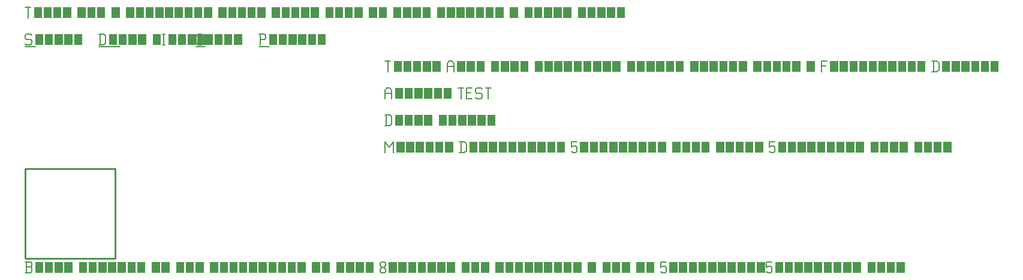
<source format=gbr>
G04 start of page 4 for group -1 layer_idx 268435461 *
G04 Title: Arcs with different sizes, normal cases, <virtual group> *
G04 Creator: <version>
G04 CreationDate: <date>
G04 For: TEST *
G04 Format: Gerber/RS-274X *
G04 PCB-Dimensions: 50000 50000 *
G04 PCB-Coordinate-Origin: lower left *
%MOIN*%
%FSLAX25Y25*%
%LNLOGICAL_VIRTUAL_FAB_NONE*%
%ADD17C,0.0100*%
%ADD16C,0.0001*%
%ADD15C,0.0060*%
G54D15*X3000Y125000D02*X3750Y124250D01*
X750Y125000D02*X3000D01*
X0Y124250D02*X750Y125000D01*
X0Y124250D02*Y122750D01*
X750Y122000D01*
X3000D01*
X3750Y121250D01*
Y119750D01*
X3000Y119000D02*X3750Y119750D01*
X750Y119000D02*X3000D01*
X0Y119750D02*X750Y119000D01*
G54D16*G36*
X5550Y125000D02*X10050D01*
Y119000D01*
X5550D01*
Y125000D01*
G37*
G36*
X10950D02*X15450D01*
Y119000D01*
X10950D01*
Y125000D01*
G37*
G36*
X16350D02*X20850D01*
Y119000D01*
X16350D01*
Y125000D01*
G37*
G36*
X21750D02*X26250D01*
Y119000D01*
X21750D01*
Y125000D01*
G37*
G36*
X27150D02*X31650D01*
Y119000D01*
X27150D01*
Y125000D01*
G37*
G54D15*X0Y118000D02*X5550D01*
X41750Y125000D02*Y119000D01*
X43700Y125000D02*X44750Y123950D01*
Y120050D01*
X43700Y119000D02*X44750Y120050D01*
X41000Y119000D02*X43700D01*
X41000Y125000D02*X43700D01*
G54D16*G36*
X46550D02*X51050D01*
Y119000D01*
X46550D01*
Y125000D01*
G37*
G36*
X51950D02*X56450D01*
Y119000D01*
X51950D01*
Y125000D01*
G37*
G36*
X57350D02*X61850D01*
Y119000D01*
X57350D01*
Y125000D01*
G37*
G36*
X62750D02*X67250D01*
Y119000D01*
X62750D01*
Y125000D01*
G37*
G36*
X70850D02*X75350D01*
Y119000D01*
X70850D01*
Y125000D01*
G37*
G54D15*X76250D02*X77750D01*
X77000D02*Y119000D01*
X76250D02*X77750D01*
G54D16*G36*
X79550Y125000D02*X84050D01*
Y119000D01*
X79550D01*
Y125000D01*
G37*
G36*
X84950D02*X89450D01*
Y119000D01*
X84950D01*
Y125000D01*
G37*
G36*
X90350D02*X94850D01*
Y119000D01*
X90350D01*
Y125000D01*
G37*
G36*
X95750D02*X100250D01*
Y119000D01*
X95750D01*
Y125000D01*
G37*
G54D15*X41000Y118000D02*X52550D01*
X96050Y119000D02*X98000D01*
X95000Y120050D02*X96050Y119000D01*
X95000Y123950D02*Y120050D01*
Y123950D02*X96050Y125000D01*
X98000D01*
G54D16*G36*
X99800D02*X104300D01*
Y119000D01*
X99800D01*
Y125000D01*
G37*
G36*
X105200D02*X109700D01*
Y119000D01*
X105200D01*
Y125000D01*
G37*
G36*
X110600D02*X115100D01*
Y119000D01*
X110600D01*
Y125000D01*
G37*
G36*
X116000D02*X120500D01*
Y119000D01*
X116000D01*
Y125000D01*
G37*
G54D15*X95000Y118000D02*X99800D01*
X130750Y125000D02*Y119000D01*
X130000Y125000D02*X133000D01*
X133750Y124250D01*
Y122750D01*
X133000Y122000D02*X133750Y122750D01*
X130750Y122000D02*X133000D01*
G54D16*G36*
X135550Y125000D02*X140050D01*
Y119000D01*
X135550D01*
Y125000D01*
G37*
G36*
X140950D02*X145450D01*
Y119000D01*
X140950D01*
Y125000D01*
G37*
G36*
X146350D02*X150850D01*
Y119000D01*
X146350D01*
Y125000D01*
G37*
G36*
X151750D02*X156250D01*
Y119000D01*
X151750D01*
Y125000D01*
G37*
G36*
X157150D02*X161650D01*
Y119000D01*
X157150D01*
Y125000D01*
G37*
G36*
X162550D02*X167050D01*
Y119000D01*
X162550D01*
Y125000D01*
G37*
G54D15*X130000Y118000D02*X135550D01*
X0Y140000D02*X3000D01*
X1500D02*Y134000D01*
G54D16*G36*
X4800Y140000D02*X9300D01*
Y134000D01*
X4800D01*
Y140000D01*
G37*
G36*
X10200D02*X14700D01*
Y134000D01*
X10200D01*
Y140000D01*
G37*
G36*
X15600D02*X20100D01*
Y134000D01*
X15600D01*
Y140000D01*
G37*
G36*
X21000D02*X25500D01*
Y134000D01*
X21000D01*
Y140000D01*
G37*
G36*
X29100D02*X33600D01*
Y134000D01*
X29100D01*
Y140000D01*
G37*
G36*
X34500D02*X39000D01*
Y134000D01*
X34500D01*
Y140000D01*
G37*
G36*
X39900D02*X44400D01*
Y134000D01*
X39900D01*
Y140000D01*
G37*
G36*
X48000D02*X52500D01*
Y134000D01*
X48000D01*
Y140000D01*
G37*
G36*
X56100D02*X60600D01*
Y134000D01*
X56100D01*
Y140000D01*
G37*
G36*
X61500D02*X66000D01*
Y134000D01*
X61500D01*
Y140000D01*
G37*
G36*
X66900D02*X71400D01*
Y134000D01*
X66900D01*
Y140000D01*
G37*
G36*
X72300D02*X76800D01*
Y134000D01*
X72300D01*
Y140000D01*
G37*
G36*
X77700D02*X82200D01*
Y134000D01*
X77700D01*
Y140000D01*
G37*
G36*
X83100D02*X87600D01*
Y134000D01*
X83100D01*
Y140000D01*
G37*
G36*
X88500D02*X93000D01*
Y134000D01*
X88500D01*
Y140000D01*
G37*
G36*
X93900D02*X98400D01*
Y134000D01*
X93900D01*
Y140000D01*
G37*
G36*
X99300D02*X103800D01*
Y134000D01*
X99300D01*
Y140000D01*
G37*
G36*
X107400D02*X111900D01*
Y134000D01*
X107400D01*
Y140000D01*
G37*
G36*
X112800D02*X117300D01*
Y134000D01*
X112800D01*
Y140000D01*
G37*
G36*
X118200D02*X122700D01*
Y134000D01*
X118200D01*
Y140000D01*
G37*
G36*
X123600D02*X128100D01*
Y134000D01*
X123600D01*
Y140000D01*
G37*
G36*
X129000D02*X133500D01*
Y134000D01*
X129000D01*
Y140000D01*
G37*
G36*
X137100D02*X141600D01*
Y134000D01*
X137100D01*
Y140000D01*
G37*
G36*
X142500D02*X147000D01*
Y134000D01*
X142500D01*
Y140000D01*
G37*
G36*
X147900D02*X152400D01*
Y134000D01*
X147900D01*
Y140000D01*
G37*
G36*
X153300D02*X157800D01*
Y134000D01*
X153300D01*
Y140000D01*
G37*
G36*
X158700D02*X163200D01*
Y134000D01*
X158700D01*
Y140000D01*
G37*
G36*
X166800D02*X171300D01*
Y134000D01*
X166800D01*
Y140000D01*
G37*
G36*
X172200D02*X176700D01*
Y134000D01*
X172200D01*
Y140000D01*
G37*
G36*
X177600D02*X182100D01*
Y134000D01*
X177600D01*
Y140000D01*
G37*
G36*
X183000D02*X187500D01*
Y134000D01*
X183000D01*
Y140000D01*
G37*
G36*
X191100D02*X195600D01*
Y134000D01*
X191100D01*
Y140000D01*
G37*
G36*
X196500D02*X201000D01*
Y134000D01*
X196500D01*
Y140000D01*
G37*
G36*
X204600D02*X209100D01*
Y134000D01*
X204600D01*
Y140000D01*
G37*
G36*
X210000D02*X214500D01*
Y134000D01*
X210000D01*
Y140000D01*
G37*
G36*
X215400D02*X219900D01*
Y134000D01*
X215400D01*
Y140000D01*
G37*
G36*
X220800D02*X225300D01*
Y134000D01*
X220800D01*
Y140000D01*
G37*
G36*
X228900D02*X233400D01*
Y134000D01*
X228900D01*
Y140000D01*
G37*
G36*
X234300D02*X238800D01*
Y134000D01*
X234300D01*
Y140000D01*
G37*
G36*
X239700D02*X244200D01*
Y134000D01*
X239700D01*
Y140000D01*
G37*
G36*
X245100D02*X249600D01*
Y134000D01*
X245100D01*
Y140000D01*
G37*
G36*
X250500D02*X255000D01*
Y134000D01*
X250500D01*
Y140000D01*
G37*
G36*
X255900D02*X260400D01*
Y134000D01*
X255900D01*
Y140000D01*
G37*
G36*
X261300D02*X265800D01*
Y134000D01*
X261300D01*
Y140000D01*
G37*
G36*
X269400D02*X273900D01*
Y134000D01*
X269400D01*
Y140000D01*
G37*
G36*
X277500D02*X282000D01*
Y134000D01*
X277500D01*
Y140000D01*
G37*
G36*
X282900D02*X287400D01*
Y134000D01*
X282900D01*
Y140000D01*
G37*
G36*
X288300D02*X292800D01*
Y134000D01*
X288300D01*
Y140000D01*
G37*
G36*
X293700D02*X298200D01*
Y134000D01*
X293700D01*
Y140000D01*
G37*
G36*
X299100D02*X303600D01*
Y134000D01*
X299100D01*
Y140000D01*
G37*
G36*
X307200D02*X311700D01*
Y134000D01*
X307200D01*
Y140000D01*
G37*
G36*
X312600D02*X317100D01*
Y134000D01*
X312600D01*
Y140000D01*
G37*
G36*
X318000D02*X322500D01*
Y134000D01*
X318000D01*
Y140000D01*
G37*
G36*
X323400D02*X327900D01*
Y134000D01*
X323400D01*
Y140000D01*
G37*
G36*
X328800D02*X333300D01*
Y134000D01*
X328800D01*
Y140000D01*
G37*
G54D17*X0Y50000D02*X50000D01*
X0D02*Y0D01*
X50000Y50000D02*Y0D01*
X0D02*X50000D01*
G54D15*X200000Y65000D02*Y59000D01*
Y65000D02*X202250Y62000D01*
X204500Y65000D01*
Y59000D01*
G54D16*G36*
X206300Y65000D02*X210800D01*
Y59000D01*
X206300D01*
Y65000D01*
G37*
G36*
X211700D02*X216200D01*
Y59000D01*
X211700D01*
Y65000D01*
G37*
G36*
X217100D02*X221600D01*
Y59000D01*
X217100D01*
Y65000D01*
G37*
G36*
X222500D02*X227000D01*
Y59000D01*
X222500D01*
Y65000D01*
G37*
G36*
X227900D02*X232400D01*
Y59000D01*
X227900D01*
Y65000D01*
G37*
G36*
X233300D02*X237800D01*
Y59000D01*
X233300D01*
Y65000D01*
G37*
G54D15*X242150D02*Y59000D01*
X244100Y65000D02*X245150Y63950D01*
Y60050D01*
X244100Y59000D02*X245150Y60050D01*
X241400Y59000D02*X244100D01*
X241400Y65000D02*X244100D01*
G54D16*G36*
X246950D02*X251450D01*
Y59000D01*
X246950D01*
Y65000D01*
G37*
G36*
X252350D02*X256850D01*
Y59000D01*
X252350D01*
Y65000D01*
G37*
G36*
X257750D02*X262250D01*
Y59000D01*
X257750D01*
Y65000D01*
G37*
G36*
X263150D02*X267650D01*
Y59000D01*
X263150D01*
Y65000D01*
G37*
G36*
X268550D02*X273050D01*
Y59000D01*
X268550D01*
Y65000D01*
G37*
G36*
X273950D02*X278450D01*
Y59000D01*
X273950D01*
Y65000D01*
G37*
G36*
X279350D02*X283850D01*
Y59000D01*
X279350D01*
Y65000D01*
G37*
G36*
X284750D02*X289250D01*
Y59000D01*
X284750D01*
Y65000D01*
G37*
G36*
X290150D02*X294650D01*
Y59000D01*
X290150D01*
Y65000D01*
G37*
G36*
X295550D02*X300050D01*
Y59000D01*
X295550D01*
Y65000D01*
G37*
G54D15*X303650D02*X306650D01*
X303650D02*Y62000D01*
X304400Y62750D01*
X305900D01*
X306650Y62000D01*
Y59750D01*
X305900Y59000D02*X306650Y59750D01*
X304400Y59000D02*X305900D01*
X303650Y59750D02*X304400Y59000D01*
G54D16*G36*
X308450Y65000D02*X312950D01*
Y59000D01*
X308450D01*
Y65000D01*
G37*
G36*
X313850D02*X318350D01*
Y59000D01*
X313850D01*
Y65000D01*
G37*
G36*
X319250D02*X323750D01*
Y59000D01*
X319250D01*
Y65000D01*
G37*
G36*
X324650D02*X329150D01*
Y59000D01*
X324650D01*
Y65000D01*
G37*
G36*
X330050D02*X334550D01*
Y59000D01*
X330050D01*
Y65000D01*
G37*
G36*
X335450D02*X339950D01*
Y59000D01*
X335450D01*
Y65000D01*
G37*
G36*
X340850D02*X345350D01*
Y59000D01*
X340850D01*
Y65000D01*
G37*
G36*
X346250D02*X350750D01*
Y59000D01*
X346250D01*
Y65000D01*
G37*
G36*
X351650D02*X356150D01*
Y59000D01*
X351650D01*
Y65000D01*
G37*
G36*
X359750D02*X364250D01*
Y59000D01*
X359750D01*
Y65000D01*
G37*
G36*
X365150D02*X369650D01*
Y59000D01*
X365150D01*
Y65000D01*
G37*
G36*
X370550D02*X375050D01*
Y59000D01*
X370550D01*
Y65000D01*
G37*
G36*
X375950D02*X380450D01*
Y59000D01*
X375950D01*
Y65000D01*
G37*
G36*
X384050D02*X388550D01*
Y59000D01*
X384050D01*
Y65000D01*
G37*
G36*
X389450D02*X393950D01*
Y59000D01*
X389450D01*
Y65000D01*
G37*
G36*
X394850D02*X399350D01*
Y59000D01*
X394850D01*
Y65000D01*
G37*
G36*
X400250D02*X404750D01*
Y59000D01*
X400250D01*
Y65000D01*
G37*
G36*
X405650D02*X410150D01*
Y59000D01*
X405650D01*
Y65000D01*
G37*
G54D15*X413750D02*X416750D01*
X413750D02*Y62000D01*
X414500Y62750D01*
X416000D01*
X416750Y62000D01*
Y59750D01*
X416000Y59000D02*X416750Y59750D01*
X414500Y59000D02*X416000D01*
X413750Y59750D02*X414500Y59000D01*
G54D16*G36*
X418550Y65000D02*X423050D01*
Y59000D01*
X418550D01*
Y65000D01*
G37*
G36*
X423950D02*X428450D01*
Y59000D01*
X423950D01*
Y65000D01*
G37*
G36*
X429350D02*X433850D01*
Y59000D01*
X429350D01*
Y65000D01*
G37*
G36*
X434750D02*X439250D01*
Y59000D01*
X434750D01*
Y65000D01*
G37*
G36*
X440150D02*X444650D01*
Y59000D01*
X440150D01*
Y65000D01*
G37*
G36*
X445550D02*X450050D01*
Y59000D01*
X445550D01*
Y65000D01*
G37*
G36*
X450950D02*X455450D01*
Y59000D01*
X450950D01*
Y65000D01*
G37*
G36*
X456350D02*X460850D01*
Y59000D01*
X456350D01*
Y65000D01*
G37*
G36*
X461750D02*X466250D01*
Y59000D01*
X461750D01*
Y65000D01*
G37*
G36*
X469850D02*X474350D01*
Y59000D01*
X469850D01*
Y65000D01*
G37*
G36*
X475250D02*X479750D01*
Y59000D01*
X475250D01*
Y65000D01*
G37*
G36*
X480650D02*X485150D01*
Y59000D01*
X480650D01*
Y65000D01*
G37*
G36*
X486050D02*X490550D01*
Y59000D01*
X486050D01*
Y65000D01*
G37*
G36*
X494150D02*X498650D01*
Y59000D01*
X494150D01*
Y65000D01*
G37*
G36*
X499550D02*X504050D01*
Y59000D01*
X499550D01*
Y65000D01*
G37*
G36*
X504950D02*X509450D01*
Y59000D01*
X504950D01*
Y65000D01*
G37*
G36*
X510350D02*X514850D01*
Y59000D01*
X510350D01*
Y65000D01*
G37*
G54D15*X0Y-8000D02*X3000D01*
X3750Y-7250D01*
Y-5450D02*Y-7250D01*
X3000Y-4700D02*X3750Y-5450D01*
X750Y-4700D02*X3000D01*
X750Y-2000D02*Y-8000D01*
X0Y-2000D02*X3000D01*
X3750Y-2750D01*
Y-3950D01*
X3000Y-4700D02*X3750Y-3950D01*
G54D16*G36*
X5550Y-2000D02*X10050D01*
Y-8000D01*
X5550D01*
Y-2000D01*
G37*
G36*
X10950D02*X15450D01*
Y-8000D01*
X10950D01*
Y-2000D01*
G37*
G36*
X16350D02*X20850D01*
Y-8000D01*
X16350D01*
Y-2000D01*
G37*
G36*
X21750D02*X26250D01*
Y-8000D01*
X21750D01*
Y-2000D01*
G37*
G36*
X29850D02*X34350D01*
Y-8000D01*
X29850D01*
Y-2000D01*
G37*
G36*
X35250D02*X39750D01*
Y-8000D01*
X35250D01*
Y-2000D01*
G37*
G36*
X40650D02*X45150D01*
Y-8000D01*
X40650D01*
Y-2000D01*
G37*
G36*
X46050D02*X50550D01*
Y-8000D01*
X46050D01*
Y-2000D01*
G37*
G36*
X51450D02*X55950D01*
Y-8000D01*
X51450D01*
Y-2000D01*
G37*
G36*
X56850D02*X61350D01*
Y-8000D01*
X56850D01*
Y-2000D01*
G37*
G36*
X62250D02*X66750D01*
Y-8000D01*
X62250D01*
Y-2000D01*
G37*
G36*
X70350D02*X74850D01*
Y-8000D01*
X70350D01*
Y-2000D01*
G37*
G36*
X75750D02*X80250D01*
Y-8000D01*
X75750D01*
Y-2000D01*
G37*
G36*
X83850D02*X88350D01*
Y-8000D01*
X83850D01*
Y-2000D01*
G37*
G36*
X89250D02*X93750D01*
Y-8000D01*
X89250D01*
Y-2000D01*
G37*
G36*
X94650D02*X99150D01*
Y-8000D01*
X94650D01*
Y-2000D01*
G37*
G36*
X102750D02*X107250D01*
Y-8000D01*
X102750D01*
Y-2000D01*
G37*
G36*
X108150D02*X112650D01*
Y-8000D01*
X108150D01*
Y-2000D01*
G37*
G36*
X113550D02*X118050D01*
Y-8000D01*
X113550D01*
Y-2000D01*
G37*
G36*
X118950D02*X123450D01*
Y-8000D01*
X118950D01*
Y-2000D01*
G37*
G36*
X124350D02*X128850D01*
Y-8000D01*
X124350D01*
Y-2000D01*
G37*
G36*
X129750D02*X134250D01*
Y-8000D01*
X129750D01*
Y-2000D01*
G37*
G36*
X135150D02*X139650D01*
Y-8000D01*
X135150D01*
Y-2000D01*
G37*
G36*
X140550D02*X145050D01*
Y-8000D01*
X140550D01*
Y-2000D01*
G37*
G36*
X145950D02*X150450D01*
Y-8000D01*
X145950D01*
Y-2000D01*
G37*
G36*
X151350D02*X155850D01*
Y-8000D01*
X151350D01*
Y-2000D01*
G37*
G36*
X159450D02*X163950D01*
Y-8000D01*
X159450D01*
Y-2000D01*
G37*
G36*
X164850D02*X169350D01*
Y-8000D01*
X164850D01*
Y-2000D01*
G37*
G36*
X172950D02*X177450D01*
Y-8000D01*
X172950D01*
Y-2000D01*
G37*
G36*
X178350D02*X182850D01*
Y-8000D01*
X178350D01*
Y-2000D01*
G37*
G36*
X183750D02*X188250D01*
Y-8000D01*
X183750D01*
Y-2000D01*
G37*
G36*
X189150D02*X193650D01*
Y-8000D01*
X189150D01*
Y-2000D01*
G37*
G54D15*X197250Y-7250D02*X198000Y-8000D01*
X197250Y-6050D02*Y-7250D01*
Y-6050D02*X198300Y-5000D01*
X199200D01*
X200250Y-6050D01*
Y-7250D01*
X199500Y-8000D02*X200250Y-7250D01*
X198000Y-8000D02*X199500D01*
X197250Y-3950D02*X198300Y-5000D01*
X197250Y-2750D02*Y-3950D01*
Y-2750D02*X198000Y-2000D01*
X199500D01*
X200250Y-2750D01*
Y-3950D01*
X199200Y-5000D02*X200250Y-3950D01*
G54D16*G36*
X202050Y-2000D02*X206550D01*
Y-8000D01*
X202050D01*
Y-2000D01*
G37*
G36*
X207450D02*X211950D01*
Y-8000D01*
X207450D01*
Y-2000D01*
G37*
G36*
X212850D02*X217350D01*
Y-8000D01*
X212850D01*
Y-2000D01*
G37*
G36*
X218250D02*X222750D01*
Y-8000D01*
X218250D01*
Y-2000D01*
G37*
G36*
X223650D02*X228150D01*
Y-8000D01*
X223650D01*
Y-2000D01*
G37*
G36*
X229050D02*X233550D01*
Y-8000D01*
X229050D01*
Y-2000D01*
G37*
G36*
X234450D02*X238950D01*
Y-8000D01*
X234450D01*
Y-2000D01*
G37*
G36*
X242550D02*X247050D01*
Y-8000D01*
X242550D01*
Y-2000D01*
G37*
G36*
X247950D02*X252450D01*
Y-8000D01*
X247950D01*
Y-2000D01*
G37*
G36*
X253350D02*X257850D01*
Y-8000D01*
X253350D01*
Y-2000D01*
G37*
G36*
X261450D02*X265950D01*
Y-8000D01*
X261450D01*
Y-2000D01*
G37*
G36*
X266850D02*X271350D01*
Y-8000D01*
X266850D01*
Y-2000D01*
G37*
G36*
X272250D02*X276750D01*
Y-8000D01*
X272250D01*
Y-2000D01*
G37*
G36*
X277650D02*X282150D01*
Y-8000D01*
X277650D01*
Y-2000D01*
G37*
G36*
X283050D02*X287550D01*
Y-8000D01*
X283050D01*
Y-2000D01*
G37*
G36*
X288450D02*X292950D01*
Y-8000D01*
X288450D01*
Y-2000D01*
G37*
G36*
X293850D02*X298350D01*
Y-8000D01*
X293850D01*
Y-2000D01*
G37*
G36*
X299250D02*X303750D01*
Y-8000D01*
X299250D01*
Y-2000D01*
G37*
G36*
X304650D02*X309150D01*
Y-8000D01*
X304650D01*
Y-2000D01*
G37*
G36*
X312750D02*X317250D01*
Y-8000D01*
X312750D01*
Y-2000D01*
G37*
G36*
X320850D02*X325350D01*
Y-8000D01*
X320850D01*
Y-2000D01*
G37*
G36*
X326250D02*X330750D01*
Y-8000D01*
X326250D01*
Y-2000D01*
G37*
G36*
X331650D02*X336150D01*
Y-8000D01*
X331650D01*
Y-2000D01*
G37*
G36*
X339750D02*X344250D01*
Y-8000D01*
X339750D01*
Y-2000D01*
G37*
G36*
X345150D02*X349650D01*
Y-8000D01*
X345150D01*
Y-2000D01*
G37*
G54D15*X353250D02*X356250D01*
X353250D02*Y-5000D01*
X354000Y-4250D01*
X355500D01*
X356250Y-5000D01*
Y-7250D01*
X355500Y-8000D02*X356250Y-7250D01*
X354000Y-8000D02*X355500D01*
X353250Y-7250D02*X354000Y-8000D01*
G54D16*G36*
X358050Y-2000D02*X362550D01*
Y-8000D01*
X358050D01*
Y-2000D01*
G37*
G36*
X363450D02*X367950D01*
Y-8000D01*
X363450D01*
Y-2000D01*
G37*
G36*
X368850D02*X373350D01*
Y-8000D01*
X368850D01*
Y-2000D01*
G37*
G36*
X374250D02*X378750D01*
Y-8000D01*
X374250D01*
Y-2000D01*
G37*
G36*
X379650D02*X384150D01*
Y-8000D01*
X379650D01*
Y-2000D01*
G37*
G36*
X385050D02*X389550D01*
Y-8000D01*
X385050D01*
Y-2000D01*
G37*
G36*
X390450D02*X394950D01*
Y-8000D01*
X390450D01*
Y-2000D01*
G37*
G36*
X395850D02*X400350D01*
Y-8000D01*
X395850D01*
Y-2000D01*
G37*
G36*
X401250D02*X405750D01*
Y-8000D01*
X401250D01*
Y-2000D01*
G37*
G36*
X406650D02*X411150D01*
Y-8000D01*
X406650D01*
Y-2000D01*
G37*
G54D15*X412050D02*X415050D01*
X412050D02*Y-5000D01*
X412800Y-4250D01*
X414300D01*
X415050Y-5000D01*
Y-7250D01*
X414300Y-8000D02*X415050Y-7250D01*
X412800Y-8000D02*X414300D01*
X412050Y-7250D02*X412800Y-8000D01*
G54D16*G36*
X416850Y-2000D02*X421350D01*
Y-8000D01*
X416850D01*
Y-2000D01*
G37*
G36*
X422250D02*X426750D01*
Y-8000D01*
X422250D01*
Y-2000D01*
G37*
G36*
X427650D02*X432150D01*
Y-8000D01*
X427650D01*
Y-2000D01*
G37*
G36*
X433050D02*X437550D01*
Y-8000D01*
X433050D01*
Y-2000D01*
G37*
G36*
X438450D02*X442950D01*
Y-8000D01*
X438450D01*
Y-2000D01*
G37*
G36*
X443850D02*X448350D01*
Y-8000D01*
X443850D01*
Y-2000D01*
G37*
G36*
X449250D02*X453750D01*
Y-8000D01*
X449250D01*
Y-2000D01*
G37*
G36*
X454650D02*X459150D01*
Y-8000D01*
X454650D01*
Y-2000D01*
G37*
G36*
X460050D02*X464550D01*
Y-8000D01*
X460050D01*
Y-2000D01*
G37*
G36*
X468150D02*X472650D01*
Y-8000D01*
X468150D01*
Y-2000D01*
G37*
G36*
X473550D02*X478050D01*
Y-8000D01*
X473550D01*
Y-2000D01*
G37*
G36*
X478950D02*X483450D01*
Y-8000D01*
X478950D01*
Y-2000D01*
G37*
G36*
X484350D02*X488850D01*
Y-8000D01*
X484350D01*
Y-2000D01*
G37*
G54D15*X200750Y80000D02*Y74000D01*
X202700Y80000D02*X203750Y78950D01*
Y75050D01*
X202700Y74000D02*X203750Y75050D01*
X200000Y74000D02*X202700D01*
X200000Y80000D02*X202700D01*
G54D16*G36*
X205550D02*X210050D01*
Y74000D01*
X205550D01*
Y80000D01*
G37*
G36*
X210950D02*X215450D01*
Y74000D01*
X210950D01*
Y80000D01*
G37*
G36*
X216350D02*X220850D01*
Y74000D01*
X216350D01*
Y80000D01*
G37*
G36*
X221750D02*X226250D01*
Y74000D01*
X221750D01*
Y80000D01*
G37*
G36*
X229850D02*X234350D01*
Y74000D01*
X229850D01*
Y80000D01*
G37*
G36*
X235250D02*X239750D01*
Y74000D01*
X235250D01*
Y80000D01*
G37*
G36*
X240650D02*X245150D01*
Y74000D01*
X240650D01*
Y80000D01*
G37*
G36*
X246050D02*X250550D01*
Y74000D01*
X246050D01*
Y80000D01*
G37*
G36*
X251450D02*X255950D01*
Y74000D01*
X251450D01*
Y80000D01*
G37*
G36*
X256850D02*X261350D01*
Y74000D01*
X256850D01*
Y80000D01*
G37*
G54D15*X200000Y93500D02*Y89000D01*
Y93500D02*X201050Y95000D01*
X202700D01*
X203750Y93500D01*
Y89000D01*
X200000Y92000D02*X203750D01*
G54D16*G36*
X205550Y95000D02*X210050D01*
Y89000D01*
X205550D01*
Y95000D01*
G37*
G36*
X210950D02*X215450D01*
Y89000D01*
X210950D01*
Y95000D01*
G37*
G36*
X216350D02*X220850D01*
Y89000D01*
X216350D01*
Y95000D01*
G37*
G36*
X221750D02*X226250D01*
Y89000D01*
X221750D01*
Y95000D01*
G37*
G36*
X227150D02*X231650D01*
Y89000D01*
X227150D01*
Y95000D01*
G37*
G36*
X232550D02*X237050D01*
Y89000D01*
X232550D01*
Y95000D01*
G37*
G54D15*X240650D02*X243650D01*
X242150D02*Y89000D01*
X245450Y92300D02*X247700D01*
X245450Y89000D02*X248450D01*
X245450Y95000D02*Y89000D01*
Y95000D02*X248450D01*
X253250D02*X254000Y94250D01*
X251000Y95000D02*X253250D01*
X250250Y94250D02*X251000Y95000D01*
X250250Y94250D02*Y92750D01*
X251000Y92000D01*
X253250D01*
X254000Y91250D01*
Y89750D01*
X253250Y89000D02*X254000Y89750D01*
X251000Y89000D02*X253250D01*
X250250Y89750D02*X251000Y89000D01*
X255800Y95000D02*X258800D01*
X257300D02*Y89000D01*
X200000Y110000D02*X203000D01*
X201500D02*Y104000D01*
G54D16*G36*
X204800Y110000D02*X209300D01*
Y104000D01*
X204800D01*
Y110000D01*
G37*
G36*
X210200D02*X214700D01*
Y104000D01*
X210200D01*
Y110000D01*
G37*
G36*
X215600D02*X220100D01*
Y104000D01*
X215600D01*
Y110000D01*
G37*
G36*
X221000D02*X225500D01*
Y104000D01*
X221000D01*
Y110000D01*
G37*
G36*
X226400D02*X230900D01*
Y104000D01*
X226400D01*
Y110000D01*
G37*
G54D15*X234500Y108500D02*Y104000D01*
Y108500D02*X235550Y110000D01*
X237200D01*
X238250Y108500D01*
Y104000D01*
X234500Y107000D02*X238250D01*
G54D16*G36*
X240050Y110000D02*X244550D01*
Y104000D01*
X240050D01*
Y110000D01*
G37*
G36*
X245450D02*X249950D01*
Y104000D01*
X245450D01*
Y110000D01*
G37*
G36*
X250850D02*X255350D01*
Y104000D01*
X250850D01*
Y110000D01*
G37*
G36*
X258950D02*X263450D01*
Y104000D01*
X258950D01*
Y110000D01*
G37*
G36*
X264350D02*X268850D01*
Y104000D01*
X264350D01*
Y110000D01*
G37*
G36*
X269750D02*X274250D01*
Y104000D01*
X269750D01*
Y110000D01*
G37*
G36*
X275150D02*X279650D01*
Y104000D01*
X275150D01*
Y110000D01*
G37*
G36*
X283250D02*X287750D01*
Y104000D01*
X283250D01*
Y110000D01*
G37*
G36*
X288650D02*X293150D01*
Y104000D01*
X288650D01*
Y110000D01*
G37*
G36*
X294050D02*X298550D01*
Y104000D01*
X294050D01*
Y110000D01*
G37*
G36*
X299450D02*X303950D01*
Y104000D01*
X299450D01*
Y110000D01*
G37*
G36*
X304850D02*X309350D01*
Y104000D01*
X304850D01*
Y110000D01*
G37*
G36*
X310250D02*X314750D01*
Y104000D01*
X310250D01*
Y110000D01*
G37*
G36*
X315650D02*X320150D01*
Y104000D01*
X315650D01*
Y110000D01*
G37*
G36*
X321050D02*X325550D01*
Y104000D01*
X321050D01*
Y110000D01*
G37*
G36*
X326450D02*X330950D01*
Y104000D01*
X326450D01*
Y110000D01*
G37*
G36*
X334550D02*X339050D01*
Y104000D01*
X334550D01*
Y110000D01*
G37*
G36*
X339950D02*X344450D01*
Y104000D01*
X339950D01*
Y110000D01*
G37*
G36*
X345350D02*X349850D01*
Y104000D01*
X345350D01*
Y110000D01*
G37*
G36*
X350750D02*X355250D01*
Y104000D01*
X350750D01*
Y110000D01*
G37*
G36*
X356150D02*X360650D01*
Y104000D01*
X356150D01*
Y110000D01*
G37*
G36*
X361550D02*X366050D01*
Y104000D01*
X361550D01*
Y110000D01*
G37*
G36*
X369650D02*X374150D01*
Y104000D01*
X369650D01*
Y110000D01*
G37*
G36*
X375050D02*X379550D01*
Y104000D01*
X375050D01*
Y110000D01*
G37*
G36*
X380450D02*X384950D01*
Y104000D01*
X380450D01*
Y110000D01*
G37*
G36*
X385850D02*X390350D01*
Y104000D01*
X385850D01*
Y110000D01*
G37*
G36*
X391250D02*X395750D01*
Y104000D01*
X391250D01*
Y110000D01*
G37*
G36*
X396650D02*X401150D01*
Y104000D01*
X396650D01*
Y110000D01*
G37*
G36*
X404750D02*X409250D01*
Y104000D01*
X404750D01*
Y110000D01*
G37*
G36*
X410150D02*X414650D01*
Y104000D01*
X410150D01*
Y110000D01*
G37*
G36*
X415550D02*X420050D01*
Y104000D01*
X415550D01*
Y110000D01*
G37*
G36*
X420950D02*X425450D01*
Y104000D01*
X420950D01*
Y110000D01*
G37*
G36*
X426350D02*X430850D01*
Y104000D01*
X426350D01*
Y110000D01*
G37*
G36*
X434450D02*X438950D01*
Y104000D01*
X434450D01*
Y110000D01*
G37*
G54D15*X442550D02*Y104000D01*
Y110000D02*X445550D01*
X442550Y107300D02*X444800D01*
G54D16*G36*
X447350Y110000D02*X451850D01*
Y104000D01*
X447350D01*
Y110000D01*
G37*
G36*
X452750D02*X457250D01*
Y104000D01*
X452750D01*
Y110000D01*
G37*
G36*
X458150D02*X462650D01*
Y104000D01*
X458150D01*
Y110000D01*
G37*
G36*
X463550D02*X468050D01*
Y104000D01*
X463550D01*
Y110000D01*
G37*
G36*
X468950D02*X473450D01*
Y104000D01*
X468950D01*
Y110000D01*
G37*
G36*
X474350D02*X478850D01*
Y104000D01*
X474350D01*
Y110000D01*
G37*
G36*
X479750D02*X484250D01*
Y104000D01*
X479750D01*
Y110000D01*
G37*
G36*
X485150D02*X489650D01*
Y104000D01*
X485150D01*
Y110000D01*
G37*
G36*
X490550D02*X495050D01*
Y104000D01*
X490550D01*
Y110000D01*
G37*
G36*
X495950D02*X500450D01*
Y104000D01*
X495950D01*
Y110000D01*
G37*
G54D15*X504800D02*Y104000D01*
X506750Y110000D02*X507800Y108950D01*
Y105050D01*
X506750Y104000D02*X507800Y105050D01*
X504050Y104000D02*X506750D01*
X504050Y110000D02*X506750D01*
G54D16*G36*
X509600D02*X514100D01*
Y104000D01*
X509600D01*
Y110000D01*
G37*
G36*
X515000D02*X519500D01*
Y104000D01*
X515000D01*
Y110000D01*
G37*
G36*
X520400D02*X524900D01*
Y104000D01*
X520400D01*
Y110000D01*
G37*
G36*
X525800D02*X530300D01*
Y104000D01*
X525800D01*
Y110000D01*
G37*
G36*
X531200D02*X535700D01*
Y104000D01*
X531200D01*
Y110000D01*
G37*
G36*
X536600D02*X541100D01*
Y104000D01*
X536600D01*
Y110000D01*
G37*
M02*

</source>
